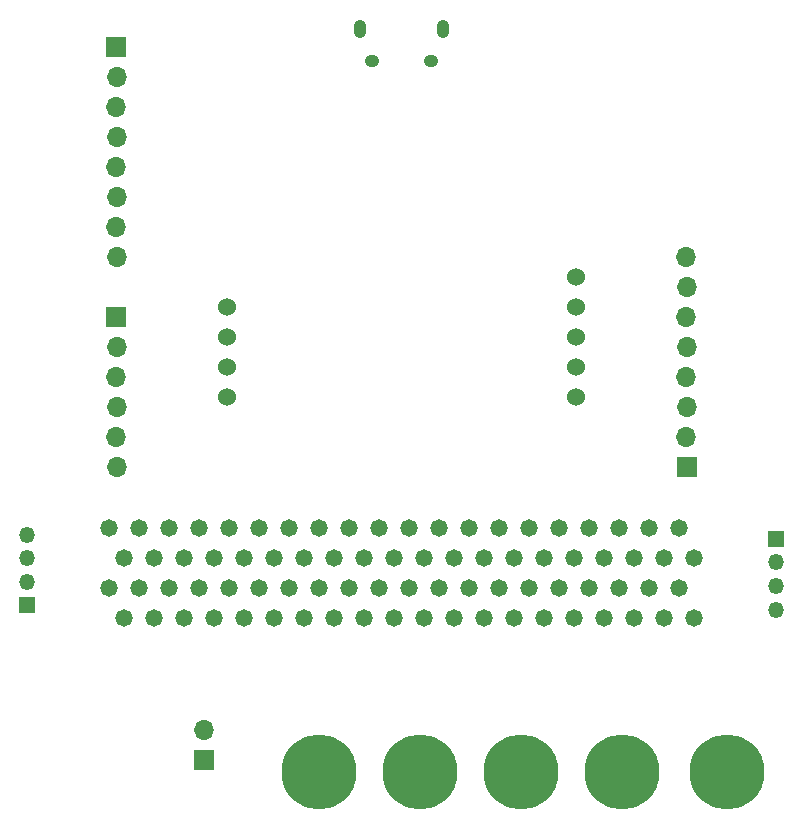
<source format=gbs>
G04 #@! TF.FileFunction,Soldermask,Bot*
%FSLAX46Y46*%
G04 Gerber Fmt 4.6, Leading zero omitted, Abs format (unit mm)*
G04 Created by KiCad (PCBNEW 4.0.7) date Tue Mar 13 16:47:25 2018*
%MOMM*%
%LPD*%
G01*
G04 APERTURE LIST*
%ADD10C,0.025400*%
%ADD11C,1.524000*%
%ADD12C,1.473200*%
%ADD13R,1.700000X1.700000*%
%ADD14O,1.700000X1.700000*%
%ADD15C,6.350000*%
%ADD16O,1.250000X1.054100*%
%ADD17O,1.054100X1.550000*%
%ADD18R,1.350000X1.350000*%
%ADD19O,1.350000X1.350000*%
G04 APERTURE END LIST*
D10*
D11*
X144770000Y-92420000D03*
X115230000Y-94960000D03*
X115230000Y-97500000D03*
X115230000Y-100040000D03*
X115230000Y-102580000D03*
X144770000Y-94960000D03*
X144770000Y-97500000D03*
X144770000Y-100040000D03*
X144770000Y-102580000D03*
D12*
X152225000Y-121310000D03*
X153495000Y-118770000D03*
X154765000Y-121310000D03*
X135715000Y-118770000D03*
X129365000Y-121310000D03*
X131905000Y-121310000D03*
X130635000Y-118770000D03*
X133175000Y-118770000D03*
X134445000Y-121310000D03*
X136985000Y-121310000D03*
X147145000Y-121310000D03*
X145875000Y-118770000D03*
X150955000Y-118770000D03*
X148415000Y-118770000D03*
X149685000Y-121310000D03*
X143335000Y-118770000D03*
X138255000Y-118770000D03*
X140795000Y-118770000D03*
X142065000Y-121310000D03*
X139525000Y-121310000D03*
X144605000Y-121310000D03*
X123015000Y-118770000D03*
X119205000Y-121310000D03*
X120475000Y-118770000D03*
X121745000Y-121310000D03*
X124285000Y-121310000D03*
X128095000Y-118770000D03*
X125555000Y-118770000D03*
X126825000Y-121310000D03*
X111585000Y-121310000D03*
X106505000Y-121310000D03*
X107775000Y-118770000D03*
X110315000Y-118770000D03*
X109045000Y-121310000D03*
X105235000Y-118770000D03*
X114125000Y-121310000D03*
X112855000Y-118770000D03*
X115395000Y-118770000D03*
X117935000Y-118770000D03*
X116665000Y-121310000D03*
X134445000Y-116230000D03*
X135715000Y-113690000D03*
X131905000Y-116230000D03*
X133175000Y-113690000D03*
X130635000Y-113690000D03*
X147145000Y-116230000D03*
X145875000Y-113690000D03*
X148415000Y-113690000D03*
X144605000Y-116230000D03*
X149685000Y-116230000D03*
X143335000Y-113690000D03*
X136985000Y-116230000D03*
X138255000Y-113690000D03*
X140795000Y-113690000D03*
X142065000Y-116230000D03*
X139525000Y-116230000D03*
X150955000Y-113690000D03*
X152225000Y-116230000D03*
X153495000Y-113690000D03*
X154765000Y-116230000D03*
X114125000Y-116230000D03*
X112855000Y-113690000D03*
X115395000Y-113690000D03*
X111585000Y-116230000D03*
X116665000Y-116230000D03*
X123015000Y-113690000D03*
X121745000Y-116230000D03*
X120475000Y-113690000D03*
X119205000Y-116230000D03*
X117935000Y-113690000D03*
X126825000Y-116230000D03*
X128095000Y-113690000D03*
X125555000Y-113690000D03*
X124285000Y-116230000D03*
X129365000Y-116230000D03*
X110315000Y-113690000D03*
X105235000Y-113690000D03*
X106505000Y-116230000D03*
X107775000Y-113690000D03*
X109045000Y-116230000D03*
D13*
X113250000Y-133290000D03*
D14*
X113250000Y-130750000D03*
D15*
X122976000Y-134326000D03*
X131548500Y-134326000D03*
X140121000Y-134326000D03*
X157520000Y-134326000D03*
X148693500Y-134326000D03*
D16*
X132475000Y-74150000D03*
X127475000Y-74150000D03*
D17*
X133475000Y-71450000D03*
X126475000Y-71450000D03*
D13*
X105806500Y-95844999D03*
D14*
X105933500Y-98384999D03*
X105806500Y-100924999D03*
X105933500Y-103464999D03*
X105806500Y-106004999D03*
X105933500Y-108544999D03*
D18*
X161700000Y-114600000D03*
D19*
X161700000Y-116600000D03*
X161700000Y-118600000D03*
X161700000Y-120600000D03*
D13*
X154193500Y-108545000D03*
D14*
X154066500Y-106005000D03*
X154193500Y-103465000D03*
X154066500Y-100925000D03*
X154193500Y-98385000D03*
X154066500Y-95845000D03*
X154193500Y-93305000D03*
X154066500Y-90765000D03*
D13*
X105806500Y-72985000D03*
D14*
X105933500Y-75525000D03*
X105806500Y-78065000D03*
X105933500Y-80605000D03*
X105806500Y-83145000D03*
X105933500Y-85685000D03*
X105806500Y-88225000D03*
X105933500Y-90765000D03*
D18*
X98300000Y-120248000D03*
D19*
X98300000Y-118248000D03*
X98300000Y-116248000D03*
X98300000Y-114248000D03*
M02*

</source>
